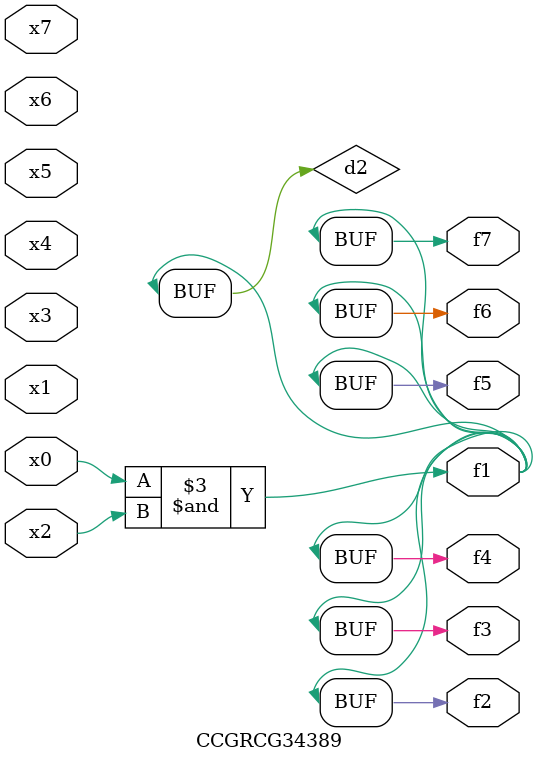
<source format=v>
module CCGRCG34389(
	input x0, x1, x2, x3, x4, x5, x6, x7,
	output f1, f2, f3, f4, f5, f6, f7
);

	wire d1, d2;

	nor (d1, x3, x6);
	and (d2, x0, x2);
	assign f1 = d2;
	assign f2 = d2;
	assign f3 = d2;
	assign f4 = d2;
	assign f5 = d2;
	assign f6 = d2;
	assign f7 = d2;
endmodule

</source>
